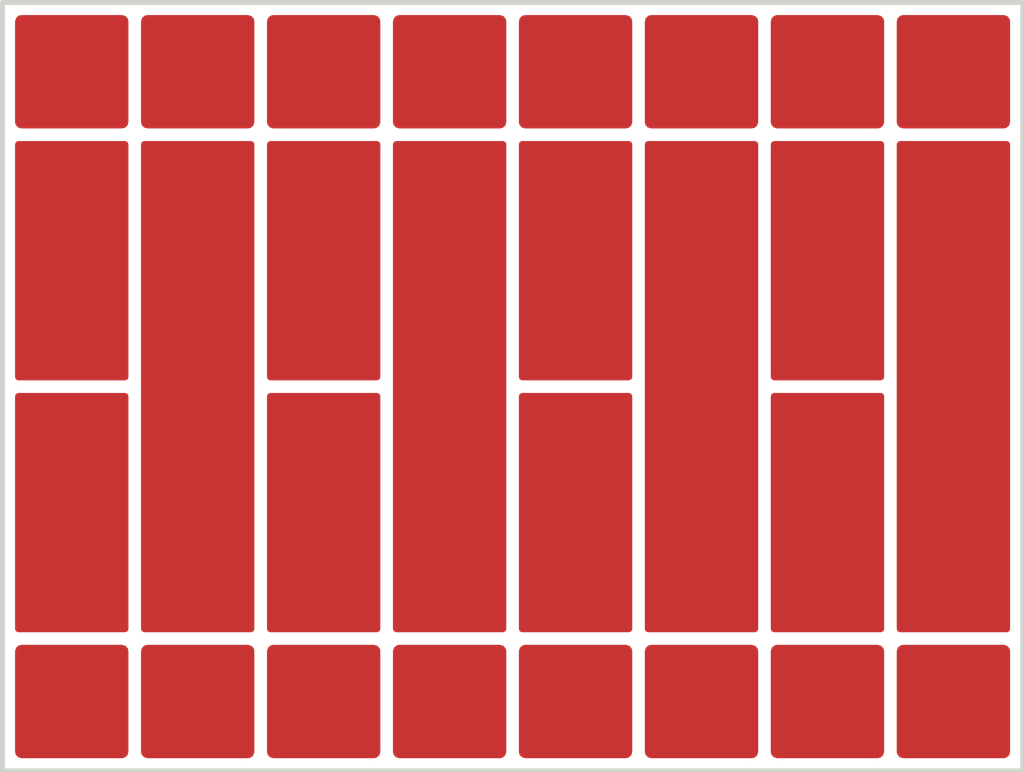
<source format=kicad_pcb>
(kicad_pcb (version 20211014) (generator pcbnew)

  (general
    (thickness 1.6)
  )

  (paper "A4")
  (layers
    (0 "F.Cu" signal)
    (31 "B.Cu" signal)
    (32 "B.Adhes" user "B.Adhesive")
    (33 "F.Adhes" user "F.Adhesive")
    (34 "B.Paste" user)
    (35 "F.Paste" user)
    (36 "B.SilkS" user "B.Silkscreen")
    (37 "F.SilkS" user "F.Silkscreen")
    (38 "B.Mask" user)
    (39 "F.Mask" user)
    (40 "Dwgs.User" user "User.Drawings")
    (41 "Cmts.User" user "User.Comments")
    (42 "Eco1.User" user "User.Eco1")
    (43 "Eco2.User" user "User.Eco2")
    (44 "Edge.Cuts" user)
    (45 "Margin" user)
    (46 "B.CrtYd" user "B.Courtyard")
    (47 "F.CrtYd" user "F.Courtyard")
    (48 "B.Fab" user)
    (49 "F.Fab" user)
    (50 "User.1" user)
    (51 "User.2" user)
    (52 "User.3" user)
    (53 "User.4" user)
    (54 "User.5" user)
    (55 "User.6" user)
    (56 "User.7" user)
    (57 "User.8" user)
    (58 "User.9" user)
  )

  (setup
    (pad_to_mask_clearance 0)
    (pcbplotparams
      (layerselection 0x0000000_7fffffff)
      (disableapertmacros false)
      (usegerberextensions false)
      (usegerberattributes true)
      (usegerberadvancedattributes true)
      (creategerberjobfile true)
      (svguseinch false)
      (svgprecision 6)
      (excludeedgelayer true)
      (plotframeref false)
      (viasonmask false)
      (mode 1)
      (useauxorigin false)
      (hpglpennumber 1)
      (hpglpenspeed 20)
      (hpglpendiameter 15.000000)
      (dxfpolygonmode true)
      (dxfimperialunits true)
      (dxfusepcbnewfont true)
      (psnegative false)
      (psa4output false)
      (plotreference true)
      (plotvalue true)
      (plotinvisibletext false)
      (sketchpadsonfab false)
      (subtractmaskfromsilk false)
      (outputformat 4)
      (mirror false)
      (drillshape 0)
      (scaleselection 1)
      (outputdirectory "./")
    )
  )

  (net 0 "")

  (gr_rect (start 137.033 93.853) (end 157.607 109.347) (layer "Edge.Cuts") (width 0.1) (fill none) (tstamp 27c4da27-080b-4a12-b7c7-e75d413d0475))

  (zone (net 0) (net_name "") (layer "F.Cu") (tstamp 0635105a-4279-41fa-8671-05374d9628ac) (hatch edge 0.508)
    (connect_pads (clearance 0.127))
    (min_thickness 0.254) (filled_areas_thickness no)
    (fill yes (thermal_gap 0.508) (thermal_bridge_width 0.508))
    (polygon
      (pts
        (xy 154.813 109.093)
        (xy 152.527 109.093)
        (xy 152.527 106.807)
        (xy 154.813 106.807)
      )
    )
    (filled_polygon
      (layer "F.Cu")
      (island)
      (pts
        (xy 154.755121 106.827002)
        (xy 154.801614 106.880658)
        (xy 154.813 106.933)
        (xy 154.813 108.967)
        (xy 154.792998 109.035121)
        (xy 154.739342 109.081614)
        (xy 154.687 109.093)
        (xy 152.653 109.093)
        (xy 152.584879 109.072998)
        (xy 152.538386 109.019342)
        (xy 152.527 108.967)
        (xy 152.527 106.933)
        (xy 152.547002 106.864879)
        (xy 152.600658 106.818386)
        (xy 152.653 106.807)
        (xy 154.687 106.807)
      )
    )
  )
  (zone (net 0) (net_name "") (layer "F.Cu") (tstamp 075d495a-39b8-4d44-aedf-835e4890677d) (hatch edge 0.508)
    (connect_pads yes (clearance 0.127))
    (min_thickness 0.127) (filled_areas_thickness no)
    (fill yes (thermal_gap 0.127) (thermal_bridge_width 0.508) (island_removal_mode 1) (island_area_min 0))
    (polygon
      (pts
        (xy 152.273 106.553)
        (xy 149.987 106.553)
        (xy 149.987 96.647)
        (xy 152.273 96.647)
      )
    )
    (filled_polygon
      (layer "F.Cu")
      (island)
      (pts
        (xy 152.254694 96.665306)
        (xy 152.273 96.7095)
        (xy 152.273 106.4905)
        (xy 152.254694 106.534694)
        (xy 152.2105 106.553)
        (xy 150.0495 106.553)
        (xy 150.005306 106.534694)
        (xy 149.987 106.4905)
        (xy 149.987 96.7095)
        (xy 150.005306 96.665306)
        (xy 150.0495 96.647)
        (xy 152.2105 96.647)
      )
    )
  )
  (zone (net 0) (net_name "") (layer "F.Cu") (tstamp 0967eaf7-3e4f-4a2f-9d90-7cb2691f23b6) (hatch edge 0.508)
    (connect_pads (clearance 0.127))
    (min_thickness 0.254) (filled_areas_thickness no)
    (fill yes (thermal_gap 0.508) (thermal_bridge_width 0.508))
    (polygon
      (pts
        (xy 149.733 109.093)
        (xy 147.447 109.093)
        (xy 147.447 106.807)
        (xy 149.733 106.807)
      )
    )
    (filled_polygon
      (layer "F.Cu")
      (island)
      (pts
        (xy 149.675121 106.827002)
        (xy 149.721614 106.880658)
        (xy 149.733 106.933)
        (xy 149.733 108.967)
        (xy 149.712998 109.035121)
        (xy 149.659342 109.081614)
        (xy 149.607 109.093)
        (xy 147.573 109.093)
        (xy 147.504879 109.072998)
        (xy 147.458386 109.019342)
        (xy 147.447 108.967)
        (xy 147.447 106.933)
        (xy 147.467002 106.864879)
        (xy 147.520658 106.818386)
        (xy 147.573 106.807)
        (xy 149.607 106.807)
      )
    )
  )
  (zone (net 0) (net_name "") (layer "F.Cu") (tstamp 14c9319a-850d-4254-aa4f-5f36c5dcf324) (hatch edge 0.508)
    (connect_pads (clearance 0.127))
    (min_thickness 0.254) (filled_areas_thickness no)
    (fill yes (thermal_gap 0.508) (thermal_bridge_width 0.508))
    (polygon
      (pts
        (xy 154.813 96.393)
        (xy 152.527 96.393)
        (xy 152.527 94.107)
        (xy 154.813 94.107)
      )
    )
    (filled_polygon
      (layer "F.Cu")
      (island)
      (pts
        (xy 154.755121 94.127002)
        (xy 154.801614 94.180658)
        (xy 154.813 94.233)
        (xy 154.813 96.267)
        (xy 154.792998 96.335121)
        (xy 154.739342 96.381614)
        (xy 154.687 96.393)
        (xy 152.653 96.393)
        (xy 152.584879 96.372998)
        (xy 152.538386 96.319342)
        (xy 152.527 96.267)
        (xy 152.527 94.233)
        (xy 152.547002 94.164879)
        (xy 152.600658 94.118386)
        (xy 152.653 94.107)
        (xy 154.687 94.107)
      )
    )
  )
  (zone (net 0) (net_name "") (layer "F.Cu") (tstamp 1516d587-5c3d-4ad2-931d-230115c702cf) (hatch edge 0.508)
    (connect_pads yes (clearance 0.127))
    (min_thickness 0.127) (filled_areas_thickness no)
    (fill yes (thermal_gap 0.127) (thermal_bridge_width 0.508) (island_removal_mode 1) (island_area_min 0))
    (polygon
      (pts
        (xy 154.813 101.473)
        (xy 152.527 101.473)
        (xy 152.527 96.647)
        (xy 154.813 96.647)
      )
    )
    (filled_polygon
      (layer "F.Cu")
      (island)
      (pts
        (xy 154.794694 96.665306)
        (xy 154.813 96.7095)
        (xy 154.813 101.4105)
        (xy 154.794694 101.454694)
        (xy 154.7505 101.473)
        (xy 152.5895 101.473)
        (xy 152.545306 101.454694)
        (xy 152.527 101.4105)
        (xy 152.527 96.7095)
        (xy 152.545306 96.665306)
        (xy 152.5895 96.647)
        (xy 154.7505 96.647)
      )
    )
  )
  (zone (net 0) (net_name "") (layer "F.Cu") (tstamp 18e9f180-adaa-4063-b433-8c7af5ab470b) (hatch edge 0.508)
    (connect_pads yes (clearance 0.127))
    (min_thickness 0.127) (filled_areas_thickness no)
    (fill yes (thermal_gap 0.127) (thermal_bridge_width 0.508) (island_removal_mode 1) (island_area_min 0))
    (polygon
      (pts
        (xy 142.113 106.553)
        (xy 139.827 106.553)
        (xy 139.827 96.647)
        (xy 142.113 96.647)
      )
    )
    (filled_polygon
      (layer "F.Cu")
      (island)
      (pts
        (xy 142.094694 96.665306)
        (xy 142.113 96.7095)
        (xy 142.113 106.4905)
        (xy 142.094694 106.534694)
        (xy 142.0505 106.553)
        (xy 139.8895 106.553)
        (xy 139.845306 106.534694)
        (xy 139.827 106.4905)
        (xy 139.827 96.7095)
        (xy 139.845306 96.665306)
        (xy 139.8895 96.647)
        (xy 142.0505 96.647)
      )
    )
  )
  (zone (net 0) (net_name "") (layer "F.Cu") (tstamp 1b521835-2349-436c-8ca1-0d0dfe01c54f) (hatch edge 0.508)
    (connect_pads (clearance 0.127))
    (min_thickness 0.254) (filled_areas_thickness no)
    (fill yes (thermal_gap 0.508) (thermal_bridge_width 0.508))
    (polygon
      (pts
        (xy 147.193 109.093)
        (xy 144.907 109.093)
        (xy 144.907 106.807)
        (xy 147.193 106.807)
      )
    )
    (filled_polygon
      (layer "F.Cu")
      (island)
      (pts
        (xy 147.135121 106.827002)
        (xy 147.181614 106.880658)
        (xy 147.193 106.933)
        (xy 147.193 108.967)
        (xy 147.172998 109.035121)
        (xy 147.119342 109.081614)
        (xy 147.067 109.093)
        (xy 145.033 109.093)
        (xy 144.964879 109.072998)
        (xy 144.918386 109.019342)
        (xy 144.907 108.967)
        (xy 144.907 106.933)
        (xy 144.927002 106.864879)
        (xy 144.980658 106.818386)
        (xy 145.033 106.807)
        (xy 147.067 106.807)
      )
    )
  )
  (zone (net 0) (net_name "") (layer "F.Cu") (tstamp 2d4b4a06-1fbc-412f-a73f-b6cb8a54c8ff) (hatch edge 0.508)
    (connect_pads (clearance 0.127))
    (min_thickness 0.254) (filled_areas_thickness no)
    (fill yes (thermal_gap 0.508) (thermal_bridge_width 0.508))
    (polygon
      (pts
        (xy 157.353 96.393)
        (xy 155.067 96.393)
        (xy 155.067 94.107)
        (xy 157.353 94.107)
      )
    )
    (filled_polygon
      (layer "F.Cu")
      (island)
      (pts
        (xy 157.295121 94.127002)
        (xy 157.341614 94.180658)
        (xy 157.353 94.233)
        (xy 157.353 96.267)
        (xy 157.332998 96.335121)
        (xy 157.279342 96.381614)
        (xy 157.227 96.393)
        (xy 155.193 96.393)
        (xy 155.124879 96.372998)
        (xy 155.078386 96.319342)
        (xy 155.067 96.267)
        (xy 155.067 94.233)
        (xy 155.087002 94.164879)
        (xy 155.140658 94.118386)
        (xy 155.193 94.107)
        (xy 157.227 94.107)
      )
    )
  )
  (zone (net 0) (net_name "") (layer "F.Cu") (tstamp 2e4aaa6a-e2ac-44e1-9808-79d0da6a2ee4) (hatch edge 0.508)
    (connect_pads yes (clearance 0.127))
    (min_thickness 0.127) (filled_areas_thickness no)
    (fill yes (thermal_gap 0.127) (thermal_bridge_width 0.508) (island_removal_mode 1) (island_area_min 0))
    (polygon
      (pts
        (xy 154.813 106.553)
        (xy 152.527 106.553)
        (xy 152.527 101.727)
        (xy 154.813 101.727)
      )
    )
    (filled_polygon
      (layer "F.Cu")
      (island)
      (pts
        (xy 154.794694 101.745306)
        (xy 154.813 101.7895)
        (xy 154.813 106.4905)
        (xy 154.794694 106.534694)
        (xy 154.7505 106.553)
        (xy 152.5895 106.553)
        (xy 152.545306 106.534694)
        (xy 152.527 106.4905)
        (xy 152.527 101.7895)
        (xy 152.545306 101.745306)
        (xy 152.5895 101.727)
        (xy 154.7505 101.727)
      )
    )
  )
  (zone (net 0) (net_name "") (layer "F.Cu") (tstamp 2f21cb60-1df5-4469-8858-6fe21b88fa8a) (hatch edge 0.508)
    (connect_pads yes (clearance 0.127))
    (min_thickness 0.127) (filled_areas_thickness no)
    (fill yes (thermal_gap 0.127) (thermal_bridge_width 0.508) (island_removal_mode 1) (island_area_min 0))
    (polygon
      (pts
        (xy 139.573 106.553)
        (xy 137.287 106.553)
        (xy 137.287 101.727)
        (xy 139.573 101.727)
      )
    )
    (filled_polygon
      (layer "F.Cu")
      (island)
      (pts
        (xy 139.554694 101.745306)
        (xy 139.573 101.7895)
        (xy 139.573 106.4905)
        (xy 139.554694 106.534694)
        (xy 139.5105 106.553)
        (xy 137.3495 106.553)
        (xy 137.305306 106.534694)
        (xy 137.287 106.4905)
        (xy 137.287 101.7895)
        (xy 137.305306 101.745306)
        (xy 137.3495 101.727)
        (xy 139.5105 101.727)
      )
    )
  )
  (zone (net 0) (net_name "") (layer "F.Cu") (tstamp 42f26f97-84ba-4654-93f0-c5bfb573e97d) (hatch edge 0.508)
    (connect_pads (clearance 0.127))
    (min_thickness 0.254) (filled_areas_thickness no)
    (fill yes (thermal_gap 0.508) (thermal_bridge_width 0.508))
    (polygon
      (pts
        (xy 157.353 109.093)
        (xy 155.067 109.093)
        (xy 155.067 106.807)
        (xy 157.353 106.807)
      )
    )
    (filled_polygon
      (layer "F.Cu")
      (island)
      (pts
        (xy 157.295121 106.827002)
        (xy 157.341614 106.880658)
        (xy 157.353 106.933)
        (xy 157.353 108.967)
        (xy 157.332998 109.035121)
        (xy 157.279342 109.081614)
        (xy 157.227 109.093)
        (xy 155.193 109.093)
        (xy 155.124879 109.072998)
        (xy 155.078386 109.019342)
        (xy 155.067 108.967)
        (xy 155.067 106.933)
        (xy 155.087002 106.864879)
        (xy 155.140658 106.818386)
        (xy 155.193 106.807)
        (xy 157.227 106.807)
      )
    )
  )
  (zone (net 0) (net_name "") (layer "F.Cu") (tstamp 49db4769-ea31-4c1a-8b9b-3a5560944d63) (hatch edge 0.508)
    (connect_pads yes (clearance 0.127))
    (min_thickness 0.127) (filled_areas_thickness no)
    (fill yes (thermal_gap 0.127) (thermal_bridge_width 0.508) (island_removal_mode 1) (island_area_min 0))
    (polygon
      (pts
        (xy 147.193 106.553)
        (xy 144.907 106.553)
        (xy 144.907 96.647)
        (xy 147.193 96.647)
      )
    )
    (filled_polygon
      (layer "F.Cu")
      (island)
      (pts
        (xy 147.174694 96.665306)
        (xy 147.193 96.7095)
        (xy 147.193 106.4905)
        (xy 147.174694 106.534694)
        (xy 147.1305 106.553)
        (xy 144.9695 106.553)
        (xy 144.925306 106.534694)
        (xy 144.907 106.4905)
        (xy 144.907 96.7095)
        (xy 144.925306 96.665306)
        (xy 144.9695 96.647)
        (xy 147.1305 96.647)
      )
    )
  )
  (zone (net 0) (net_name "") (layer "F.Cu") (tstamp 49fb3fcb-e2cb-4d87-9fef-1064751f6f1d) (hatch edge 0.508)
    (connect_pads (clearance 0.127))
    (min_thickness 0.254) (filled_areas_thickness no)
    (fill yes (thermal_gap 0.508) (thermal_bridge_width 0.508))
    (polygon
      (pts
        (xy 152.273 109.093)
        (xy 149.987 109.093)
        (xy 149.987 106.807)
        (xy 152.273 106.807)
      )
    )
    (filled_polygon
      (layer "F.Cu")
      (island)
      (pts
        (xy 152.215121 106.827002)
        (xy 152.261614 106.880658)
        (xy 152.273 106.933)
        (xy 152.273 108.967)
        (xy 152.252998 109.035121)
        (xy 152.199342 109.081614)
        (xy 152.147 109.093)
        (xy 150.113 109.093)
        (xy 150.044879 109.072998)
        (xy 149.998386 109.019342)
        (xy 149.987 108.967)
        (xy 149.987 106.933)
        (xy 150.007002 106.864879)
        (xy 150.060658 106.818386)
        (xy 150.113 106.807)
        (xy 152.147 106.807)
      )
    )
  )
  (zone (net 0) (net_name "") (layer "F.Cu") (tstamp 69ab893d-e72a-4903-8a42-16f6b5eb229b) (hatch edge 0.508)
    (connect_pads yes (clearance 0.127))
    (min_thickness 0.127) (filled_areas_thickness no)
    (fill yes (thermal_gap 0.127) (thermal_bridge_width 0.508) (island_removal_mode 1) (island_area_min 0))
    (polygon
      (pts
        (xy 139.573 101.473)
        (xy 137.287 101.473)
        (xy 137.287 96.647)
        (xy 139.573 96.647)
      )
    )
    (filled_polygon
      (layer "F.Cu")
      (island)
      (pts
        (xy 139.554694 96.665306)
        (xy 139.573 96.7095)
        (xy 139.573 101.4105)
        (xy 139.554694 101.454694)
        (xy 139.5105 101.473)
        (xy 137.3495 101.473)
        (xy 137.305306 101.454694)
        (xy 137.287 101.4105)
        (xy 137.287 96.7095)
        (xy 137.305306 96.665306)
        (xy 137.3495 96.647)
        (xy 139.5105 96.647)
      )
    )
  )
  (zone (net 0) (net_name "") (layer "F.Cu") (tstamp 6a55645f-81c4-4e79-81ad-b47a1cd6d21f) (hatch edge 0.508)
    (connect_pads (clearance 0.127))
    (min_thickness 0.254) (filled_areas_thickness no)
    (fill yes (thermal_gap 0.508) (thermal_bridge_width 0.508))
    (polygon
      (pts
        (xy 144.653 109.093)
        (xy 142.367 109.093)
        (xy 142.367 106.807)
        (xy 144.653 106.807)
      )
    )
    (filled_polygon
      (layer "F.Cu")
      (island)
      (pts
        (xy 144.595121 106.827002)
        (xy 144.641614 106.880658)
        (xy 144.653 106.933)
        (xy 144.653 108.967)
        (xy 144.632998 109.035121)
        (xy 144.579342 109.081614)
        (xy 144.527 109.093)
        (xy 142.493 109.093)
        (xy 142.424879 109.072998)
        (xy 142.378386 109.019342)
        (xy 142.367 108.967)
        (xy 142.367 106.933)
        (xy 142.387002 106.864879)
        (xy 142.440658 106.818386)
        (xy 142.493 106.807)
        (xy 144.527 106.807)
      )
    )
  )
  (zone (net 0) (net_name "") (layer "F.Cu") (tstamp 7dbb4fb6-3947-45a6-b178-c254c2eadb2a) (hatch edge 0.508)
    (connect_pads yes (clearance 0.127))
    (min_thickness 0.127) (filled_areas_thickness no)
    (fill yes (thermal_gap 0.127) (thermal_bridge_width 0.508) (island_removal_mode 1) (island_area_min 0))
    (polygon
      (pts
        (xy 144.653 101.473)
        (xy 142.367 101.473)
        (xy 142.367 96.647)
        (xy 144.653 96.647)
      )
    )
    (filled_polygon
      (layer "F.Cu")
      (island)
      (pts
        (xy 144.634694 96.665306)
        (xy 144.653 96.7095)
        (xy 144.653 101.4105)
        (xy 144.634694 101.454694)
        (xy 144.5905 101.473)
        (xy 142.4295 101.473)
        (xy 142.385306 101.454694)
        (xy 142.367 101.4105)
        (xy 142.367 96.7095)
        (xy 142.385306 96.665306)
        (xy 142.4295 96.647)
        (xy 144.5905 96.647)
      )
    )
  )
  (zone (net 0) (net_name "") (layer "F.Cu") (tstamp 82c1eb8e-f340-41cc-850a-1f8654c821a4) (hatch edge 0.508)
    (connect_pads yes (clearance 0.127))
    (min_thickness 0.127) (filled_areas_thickness no)
    (fill yes (thermal_gap 0.127) (thermal_bridge_width 0.508) (island_removal_mode 1) (island_area_min 0))
    (polygon
      (pts
        (xy 149.733 106.553)
        (xy 147.447 106.553)
        (xy 147.447 101.727)
        (xy 149.733 101.727)
      )
    )
    (filled_polygon
      (layer "F.Cu")
      (island)
      (pts
        (xy 149.714694 101.745306)
        (xy 149.733 101.7895)
        (xy 149.733 106.4905)
        (xy 149.714694 106.534694)
        (xy 149.6705 106.553)
        (xy 147.5095 106.553)
        (xy 147.465306 106.534694)
        (xy 147.447 106.4905)
        (xy 147.447 101.7895)
        (xy 147.465306 101.745306)
        (xy 147.5095 101.727)
        (xy 149.6705 101.727)
      )
    )
  )
  (zone (net 0) (net_name "") (layer "F.Cu") (tstamp 8c7fbaee-3f9c-477a-99fc-12f47ec49bcf) (hatch edge 0.508)
    (connect_pads yes (clearance 0.127))
    (min_thickness 0.127) (filled_areas_thickness no)
    (fill yes (thermal_gap 0.127) (thermal_bridge_width 0.508) (island_removal_mode 1) (island_area_min 0))
    (polygon
      (pts
        (xy 157.353 106.553)
        (xy 155.067 106.553)
        (xy 155.067 96.647)
        (xy 157.353 96.647)
      )
    )
    (filled_polygon
      (layer "F.Cu")
      (island)
      (pts
        (xy 157.334694 96.665306)
        (xy 157.353 96.7095)
        (xy 157.353 106.4905)
        (xy 157.334694 106.534694)
        (xy 157.2905 106.553)
        (xy 155.1295 106.553)
        (xy 155.085306 106.534694)
        (xy 155.067 106.4905)
        (xy 155.067 96.7095)
        (xy 155.085306 96.665306)
        (xy 155.1295 96.647)
        (xy 157.2905 96.647)
      )
    )
  )
  (zone (net 0) (net_name "") (layer "F.Cu") (tstamp 8f3eb88d-9ce9-4013-ad67-32b8876a01b4) (hatch edge 0.508)
    (connect_pads (clearance 0.127))
    (min_thickness 0.254) (filled_areas_thickness no)
    (fill yes (thermal_gap 0.508) (thermal_bridge_width 0.508))
    (polygon
      (pts
        (xy 139.573 96.393)
        (xy 137.287 96.393)
        (xy 137.287 94.107)
        (xy 139.573 94.107)
      )
    )
    (filled_polygon
      (layer "F.Cu")
      (island)
      (pts
        (xy 139.515121 94.127002)
        (xy 139.561614 94.180658)
        (xy 139.573 94.233)
        (xy 139.573 96.267)
        (xy 139.552998 96.335121)
        (xy 139.499342 96.381614)
        (xy 139.447 96.393)
        (xy 137.413 96.393)
        (xy 137.344879 96.372998)
        (xy 137.298386 96.319342)
        (xy 137.287 96.267)
        (xy 137.287 94.233)
        (xy 137.307002 94.164879)
        (xy 137.360658 94.118386)
        (xy 137.413 94.107)
        (xy 139.447 94.107)
      )
    )
  )
  (zone (net 0) (net_name "") (layer "F.Cu") (tstamp 8f7a1c62-e866-4146-b861-025badda20d3) (hatch edge 0.508)
    (connect_pads (clearance 0.127))
    (min_thickness 0.254) (filled_areas_thickness no)
    (fill yes (thermal_gap 0.508) (thermal_bridge_width 0.508))
    (polygon
      (pts
        (xy 139.573 109.093)
        (xy 137.287 109.093)
        (xy 137.287 106.807)
        (xy 139.573 106.807)
      )
    )
    (filled_polygon
      (layer "F.Cu")
      (island)
      (pts
        (xy 139.515121 106.827002)
        (xy 139.561614 106.880658)
        (xy 139.573 106.933)
        (xy 139.573 108.967)
        (xy 139.552998 109.035121)
        (xy 139.499342 109.081614)
        (xy 139.447 109.093)
        (xy 137.413 109.093)
        (xy 137.344879 109.072998)
        (xy 137.298386 109.019342)
        (xy 137.287 108.967)
        (xy 137.287 106.933)
        (xy 137.307002 106.864879)
        (xy 137.360658 106.818386)
        (xy 137.413 106.807)
        (xy 139.447 106.807)
      )
    )
  )
  (zone (net 0) (net_name "") (layer "F.Cu") (tstamp 93225b66-9f41-4d0a-8842-84d4aad7a525) (hatch edge 0.508)
    (connect_pads yes (clearance 0.127))
    (min_thickness 0.127) (filled_areas_thickness no)
    (fill yes (thermal_gap 0.127) (thermal_bridge_width 0.508) (island_removal_mode 1) (island_area_min 0))
    (polygon
      (pts
        (xy 149.733 101.473)
        (xy 147.447 101.473)
        (xy 147.447 96.647)
        (xy 149.733 96.647)
      )
    )
    (filled_polygon
      (layer "F.Cu")
      (island)
      (pts
        (xy 149.714694 96.665306)
        (xy 149.733 96.7095)
        (xy 149.733 101.4105)
        (xy 149.714694 101.454694)
        (xy 149.6705 101.473)
        (xy 147.5095 101.473)
        (xy 147.465306 101.454694)
        (xy 147.447 101.4105)
        (xy 147.447 96.7095)
        (xy 147.465306 96.665306)
        (xy 147.5095 96.647)
        (xy 149.6705 96.647)
      )
    )
  )
  (zone (net 0) (net_name "") (layer "F.Cu") (tstamp a96da48a-ef28-4d4a-9b86-0f3a1a266bfd) (hatch edge 0.508)
    (connect_pads yes (clearance 0.127))
    (min_thickness 0.127) (filled_areas_thickness no)
    (fill yes (thermal_gap 0.127) (thermal_bridge_width 0.508) (island_removal_mode 1) (island_area_min 0))
    (polygon
      (pts
        (xy 144.653 106.553)
        (xy 142.367 106.553)
        (xy 142.367 101.727)
        (xy 144.653 101.727)
      )
    )
    (filled_polygon
      (layer "F.Cu")
      (island)
      (pts
        (xy 144.634694 101.745306)
        (xy 144.653 101.7895)
        (xy 144.653 106.4905)
        (xy 144.634694 106.534694)
        (xy 144.5905 106.553)
        (xy 142.4295 106.553)
        (xy 142.385306 106.534694)
        (xy 142.367 106.4905)
        (xy 142.367 101.7895)
        (xy 142.385306 101.745306)
        (xy 142.4295 101.727)
        (xy 144.5905 101.727)
      )
    )
  )
  (zone (net 0) (net_name "") (layer "F.Cu") (tstamp b547e680-0d28-41ca-b95d-d73b894ade74) (hatch edge 0.508)
    (connect_pads (clearance 0.127))
    (min_thickness 0.254) (filled_areas_thickness no)
    (fill yes (thermal_gap 0.508) (thermal_bridge_width 0.508))
    (polygon
      (pts
        (xy 142.113 109.093)
        (xy 139.827 109.093)
        (xy 139.827 106.807)
        (xy 142.113 106.807)
      )
    )
    (filled_polygon
      (layer "F.Cu")
      (island)
      (pts
        (xy 142.055121 106.827002)
        (xy 142.101614 106.880658)
        (xy 142.113 106.933)
        (xy 142.113 108.967)
        (xy 142.092998 109.035121)
        (xy 142.039342 109.081614)
        (xy 141.987 109.093)
        (xy 139.953 109.093)
        (xy 139.884879 109.072998)
        (xy 139.838386 109.019342)
        (xy 139.827 108.967)
        (xy 139.827 106.933)
        (xy 139.847002 106.864879)
        (xy 139.900658 106.818386)
        (xy 139.953 106.807)
        (xy 141.987 106.807)
      )
    )
  )
  (zone (net 0) (net_name "") (layer "F.Cu") (tstamp b76342d5-1e15-4862-b1f2-61ba5d5402c4) (hatch edge 0.508)
    (connect_pads (clearance 0.127))
    (min_thickness 0.254) (filled_areas_thickness no)
    (fill yes (thermal_gap 0.508) (thermal_bridge_width 0.508))
    (polygon
      (pts
        (xy 144.653 96.393)
        (xy 142.367 96.393)
        (xy 142.367 94.107)
        (xy 144.653 94.107)
      )
    )
    (filled_polygon
      (layer "F.Cu")
      (island)
      (pts
        (xy 144.595121 94.127002)
        (xy 144.641614 94.180658)
        (xy 144.653 94.233)
        (xy 144.653 96.267)
        (xy 144.632998 96.335121)
        (xy 144.579342 96.381614)
        (xy 144.527 96.393)
        (xy 142.493 96.393)
        (xy 142.424879 96.372998)
        (xy 142.378386 96.319342)
        (xy 142.367 96.267)
        (xy 142.367 94.233)
        (xy 142.387002 94.164879)
        (xy 142.440658 94.118386)
        (xy 142.493 94.107)
        (xy 144.527 94.107)
      )
    )
  )
  (zone (net 0) (net_name "") (layer "F.Cu") (tstamp d54152f9-c36d-467e-9e7d-25b7302beb08) (hatch edge 0.508)
    (connect_pads (clearance 0.127))
    (min_thickness 0.254) (filled_areas_thickness no)
    (fill yes (thermal_gap 0.508) (thermal_bridge_width 0.508))
    (polygon
      (pts
        (xy 149.733 96.393)
        (xy 147.447 96.393)
        (xy 147.447 94.107)
        (xy 149.733 94.107)
      )
    )
    (filled_polygon
      (layer "F.Cu")
      (island)
      (pts
        (xy 149.675121 94.127002)
        (xy 149.721614 94.180658)
        (xy 149.733 94.233)
        (xy 149.733 96.267)
        (xy 149.712998 96.335121)
        (xy 149.659342 96.381614)
        (xy 149.607 96.393)
        (xy 147.573 96.393)
        (xy 147.504879 96.372998)
        (xy 147.458386 96.319342)
        (xy 147.447 96.267)
        (xy 147.447 94.233)
        (xy 147.467002 94.164879)
        (xy 147.520658 94.118386)
        (xy 147.573 94.107)
        (xy 149.607 94.107)
      )
    )
  )
  (zone (net 0) (net_name "") (layer "F.Cu") (tstamp d9191217-fb4c-4445-8d6b-28ba96ed5884) (hatch edge 0.508)
    (connect_pads (clearance 0.127))
    (min_thickness 0.254) (filled_areas_thickness no)
    (fill yes (thermal_gap 0.508) (thermal_bridge_width 0.508))
    (polygon
      (pts
        (xy 147.193 96.393)
        (xy 144.907 96.393)
        (xy 144.907 94.107)
        (xy 147.193 94.107)
      )
    )
    (filled_polygon
      (layer "F.Cu")
      (island)
      (pts
        (xy 147.135121 94.127002)
        (xy 147.181614 94.180658)
        (xy 147.193 94.233)
        (xy 147.193 96.267)
        (xy 147.172998 96.335121)
        (xy 147.119342 96.381614)
        (xy 147.067 96.393)
        (xy 145.033 96.393)
        (xy 144.964879 96.372998)
        (xy 144.918386 96.319342)
        (xy 144.907 96.267)
        (xy 144.907 94.233)
        (xy 144.927002 94.164879)
        (xy 144.980658 94.118386)
        (xy 145.033 94.107)
        (xy 147.067 94.107)
      )
    )
  )
  (zone (net 0) (net_name "") (layer "F.Cu") (tstamp e78a0281-86b2-4c0d-817d-12bc27d269bb) (hatch edge 0.508)
    (connect_pads (clearance 0.127))
    (min_thickness 0.254) (filled_areas_thickness no)
    (fill yes (thermal_gap 0.508) (thermal_bridge_width 0.508))
    (polygon
      (pts
        (xy 152.273 96.393)
        (xy 149.987 96.393)
        (xy 149.987 94.107)
        (xy 152.273 94.107)
      )
    )
    (filled_polygon
      (layer "F.Cu")
      (island)
      (pts
        (xy 152.215121 94.127002)
        (xy 152.261614 94.180658)
        (xy 152.273 94.233)
        (xy 152.273 96.267)
        (xy 152.252998 96.335121)
        (xy 152.199342 96.381614)
        (xy 152.147 96.393)
        (xy 150.113 96.393)
        (xy 150.044879 96.372998)
        (xy 149.998386 96.319342)
        (xy 149.987 96.267)
        (xy 149.987 94.233)
        (xy 150.007002 94.164879)
        (xy 150.060658 94.118386)
        (xy 150.113 94.107)
        (xy 152.147 94.107)
      )
    )
  )
  (zone (net 0) (net_name "") (layer "F.Cu") (tstamp f2be02da-9018-4a96-8543-13b5296b0ced) (hatch edge 0.508)
    (connect_pads (clearance 0.127))
    (min_thickness 0.254) (filled_areas_thickness no)
    (fill yes (thermal_gap 0.508) (thermal_bridge_width 0.508))
    (polygon
      (pts
        (xy 142.113 96.393)
        (xy 139.827 96.393)
        (xy 139.827 94.107)
        (xy 142.113 94.107)
      )
    )
    (filled_polygon
      (layer "F.Cu")
      (island)
      (pts
        (xy 142.055121 94.127002)
        (xy 142.101614 94.180658)
        (xy 142.113 94.233)
        (xy 142.113 96.267)
        (xy 142.092998 96.335121)
        (xy 142.039342 96.381614)
        (xy 141.987 96.393)
        (xy 139.953 96.393)
        (xy 139.884879 96.372998)
        (xy 139.838386 96.319342)
        (xy 139.827 96.267)
        (xy 139.827 94.233)
        (xy 139.847002 94.164879)
        (xy 139.900658 94.118386)
        (xy 139.953 94.107)
        (xy 141.987 94.107)
      )
    )
  )
  (zone (net 0) (net_name "") (layer "B.Mask") (tstamp 2b2318e5-d15c-4073-87c1-6dd38d06220e) (hatch edge 0.508)
    (connect_pads (clearance 0.127))
    (min_thickness 0.254) (filled_areas_thickness no)
    (fill yes (thermal_gap 0.508) (thermal_bridge_width 0.508))
    (polygon
      (pts
        (xy 157.607 109.347)
        (xy 137.033 109.347)
        (xy 137.033 93.853)
        (xy 157.607 93.853)
      )
    )
    (filled_polygon
      (layer "B.Mask")
      (island)
      (pts
        (xy 157.549121 93.873002)
        (xy 157.595614 93.926658)
        (xy 157.607 93.979)
        (xy 157.607 109.221)
        (xy 157.586998 109.289121)
        (xy 157.533342 109.335614)
        (xy 157.481 109.347)
        (xy 137.159 109.347)
        (xy 137.090879 109.326998)
        (xy 137.044386 109.273342)
        (xy 137.033 109.221)
        (xy 137.033 93.979)
        (xy 137.053002 93.910879)
        (xy 137.106658 93.864386)
        (xy 137.159 93.853)
        (xy 157.481 93.853)
      )
    )
  )
  (zone (net 0) (net_name "") (layer "F.Mask") (tstamp f8baf378-fa33-49d0-8b04-5731a7323f11) (hatch edge 0.508)
    (connect_pads yes (clearance 0.127))
    (min_thickness 0.127) (filled_areas_thickness no)
    (fill yes (thermal_gap 0.127) (thermal_bridge_width 0.508) (island_removal_mode 1) (island_area_min 0))
    (polygon
      (pts
        (xy 157.607 109.347)
        (xy 137.033 109.347)
        (xy 137.033 93.853)
        (xy 157.607 93.853)
      )
    )
    (filled_polygon
      (layer "F.Mask")
      (island)
      (pts
        (xy 157.588694 93.871306)
        (xy 157.607 93.9155)
        (xy 157.607 109.2845)
        (xy 157.588694 109.328694)
        (xy 157.5445 109.347)
        (xy 137.0955 109.347)
        (xy 137.051306 109.328694)
        (xy 137.033 109.2845)
        (xy 137.033 93.9155)
        (xy 137.051306 93.871306)
        (xy 137.0955 93.853)
        (xy 157.5445 93.853)
      )
    )
  )
)

</source>
